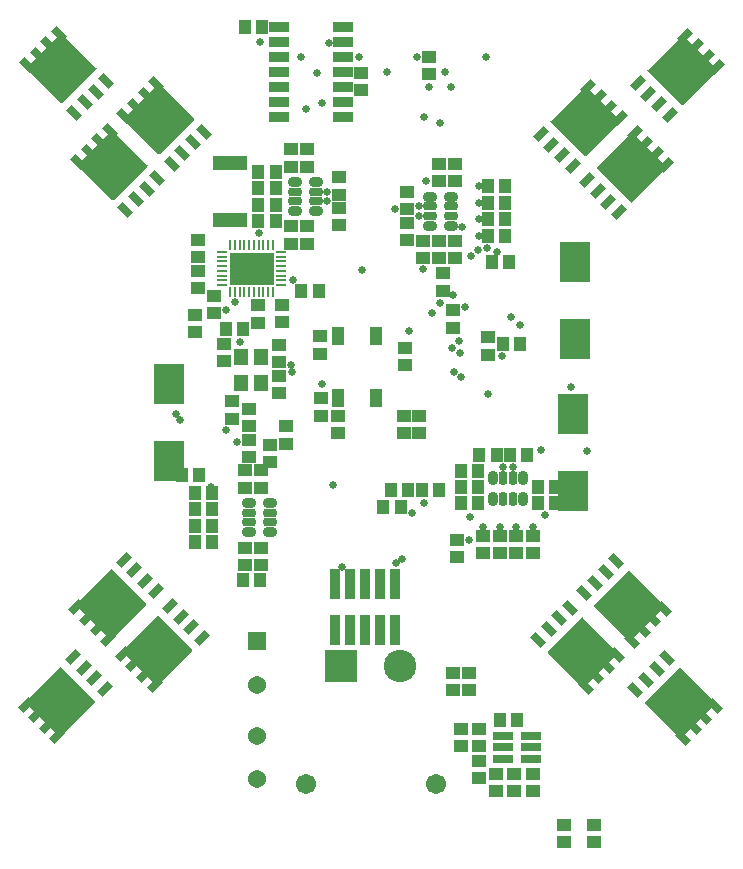
<source format=gbs>
G04*
G04 #@! TF.GenerationSoftware,Altium Limited,Altium Designer,25.8.1 (18)*
G04*
G04 Layer_Color=16711935*
%FSLAX44Y44*%
%MOMM*%
G71*
G04*
G04 #@! TF.SameCoordinates,A8D3B3E1-CBBC-48C7-8EAF-3341E4FBDCCF*
G04*
G04*
G04 #@! TF.FilePolarity,Negative*
G04*
G01*
G75*
%ADD22R,0.9061X0.1925*%
%ADD25R,0.1925X0.9061*%
%ADD31R,2.5000X3.5000*%
%ADD45R,1.2032X1.0032*%
%ADD46R,1.7032X0.8532*%
%ADD47R,1.0032X1.2032*%
%ADD48R,2.8732X1.2732*%
%ADD49R,3.8000X2.8000*%
%ADD52R,0.9632X2.6032*%
G04:AMPARAMS|DCode=53|XSize=1.1032mm|YSize=0.8132mm|CornerRadius=0.2541mm|HoleSize=0mm|Usage=FLASHONLY|Rotation=0.000|XOffset=0mm|YOffset=0mm|HoleType=Round|Shape=RoundedRectangle|*
%AMROUNDEDRECTD53*
21,1,1.1032,0.3050,0,0,0.0*
21,1,0.5950,0.8132,0,0,0.0*
1,1,0.5082,0.2975,-0.1525*
1,1,0.5082,-0.2975,-0.1525*
1,1,0.5082,-0.2975,0.1525*
1,1,0.5082,0.2975,0.1525*
%
%ADD53ROUNDEDRECTD53*%
G04:AMPARAMS|DCode=54|XSize=1.1032mm|YSize=0.7332mm|CornerRadius=0.2341mm|HoleSize=0mm|Usage=FLASHONLY|Rotation=0.000|XOffset=0mm|YOffset=0mm|HoleType=Round|Shape=RoundedRectangle|*
%AMROUNDEDRECTD54*
21,1,1.1032,0.2650,0,0,0.0*
21,1,0.6350,0.7332,0,0,0.0*
1,1,0.4682,0.3175,-0.1325*
1,1,0.4682,-0.3175,-0.1325*
1,1,0.4682,-0.3175,0.1325*
1,1,0.4682,0.3175,0.1325*
%
%ADD54ROUNDEDRECTD54*%
G04:AMPARAMS|DCode=56|XSize=1.2192mm|YSize=0.6604mm|CornerRadius=0mm|HoleSize=0mm|Usage=FLASHONLY|Rotation=225.000|XOffset=0mm|YOffset=0mm|HoleType=Round|Shape=Rectangle|*
%AMROTATEDRECTD56*
4,1,4,0.1976,0.6645,0.6645,0.1976,-0.1976,-0.6645,-0.6645,-0.1976,0.1976,0.6645,0.0*
%
%ADD56ROTATEDRECTD56*%

G04:AMPARAMS|DCode=58|XSize=1.2192mm|YSize=0.6604mm|CornerRadius=0mm|HoleSize=0mm|Usage=FLASHONLY|Rotation=135.000|XOffset=0mm|YOffset=0mm|HoleType=Round|Shape=Rectangle|*
%AMROTATEDRECTD58*
4,1,4,0.6645,-0.1976,0.1976,-0.6645,-0.6645,0.1976,-0.1976,0.6645,0.6645,-0.1976,0.0*
%
%ADD58ROTATEDRECTD58*%

G04:AMPARAMS|DCode=60|XSize=1.1032mm|YSize=0.8132mm|CornerRadius=0.2541mm|HoleSize=0mm|Usage=FLASHONLY|Rotation=90.000|XOffset=0mm|YOffset=0mm|HoleType=Round|Shape=RoundedRectangle|*
%AMROUNDEDRECTD60*
21,1,1.1032,0.3050,0,0,90.0*
21,1,0.5950,0.8132,0,0,90.0*
1,1,0.5082,0.1525,0.2975*
1,1,0.5082,0.1525,-0.2975*
1,1,0.5082,-0.1525,-0.2975*
1,1,0.5082,-0.1525,0.2975*
%
%ADD60ROUNDEDRECTD60*%
G04:AMPARAMS|DCode=61|XSize=1.1032mm|YSize=0.7332mm|CornerRadius=0.2341mm|HoleSize=0mm|Usage=FLASHONLY|Rotation=90.000|XOffset=0mm|YOffset=0mm|HoleType=Round|Shape=RoundedRectangle|*
%AMROUNDEDRECTD61*
21,1,1.1032,0.2650,0,0,90.0*
21,1,0.6350,0.7332,0,0,90.0*
1,1,0.4682,0.1325,0.3175*
1,1,0.4682,0.1325,-0.3175*
1,1,0.4682,-0.1325,-0.3175*
1,1,0.4682,-0.1325,0.3175*
%
%ADD61ROUNDEDRECTD61*%
%ADD63C,2.7532*%
%ADD64C,1.5402*%
%ADD65R,1.5402X1.5402*%
%ADD66R,2.7532X2.7532*%
%ADD67C,1.7112*%
%ADD68C,0.6532*%
%ADD79R,1.0000X1.5500*%
%ADD80R,1.2000X1.4000*%
%ADD81R,1.6764X0.6604*%
G36*
X-262009Y299037D02*
X-261878Y299011D01*
X-261752Y298968D01*
X-261633Y298909D01*
X-261522Y298835D01*
X-261422Y298747D01*
X-232505Y269831D01*
X-232418Y269730D01*
X-232344Y269620D01*
X-232285Y269500D01*
X-232242Y269374D01*
X-232216Y269244D01*
X-232207Y269111D01*
X-232216Y268978D01*
X-232242Y268847D01*
X-232285Y268721D01*
X-232344Y268601D01*
X-232418Y268491D01*
X-232505Y268391D01*
X-260883Y240013D01*
X-260983Y239925D01*
X-261094Y239851D01*
X-261174Y239812D01*
X-261213Y239792D01*
X-261339Y239750D01*
X-261470Y239724D01*
X-261603Y239715D01*
X-261736Y239724D01*
X-261866Y239750D01*
X-261993Y239792D01*
X-262112Y239851D01*
X-262223Y239925D01*
X-262323Y240013D01*
X-291239Y268930D01*
X-291327Y269030D01*
X-291401Y269140D01*
X-291460Y269260D01*
X-291503Y269386D01*
X-291529Y269517D01*
X-291538Y269650D01*
X-291529Y269782D01*
X-291503Y269913D01*
X-291460Y270039D01*
X-291401Y270159D01*
X-291327Y270269D01*
X-291239Y270369D01*
X-262862Y298747D01*
X-262762Y298835D01*
X-262651Y298909D01*
X-262532Y298968D01*
X-262405Y299011D01*
X-262275Y299037D01*
X-262142Y299045D01*
X-262009Y299037D01*
D02*
G37*
G36*
X264254Y297350D02*
X264385Y297324D01*
X264511Y297281D01*
X264631Y297223D01*
X264741Y297149D01*
X264841Y297061D01*
X293219Y268683D01*
X293307Y268583D01*
X293381Y268472D01*
X293440Y268353D01*
X293483Y268227D01*
X293509Y268096D01*
X293517Y267963D01*
X293509Y267830D01*
X293483Y267700D01*
X293440Y267574D01*
X293381Y267454D01*
X293307Y267343D01*
X293219Y267243D01*
X264303Y238327D01*
X264203Y238239D01*
X264092Y238165D01*
X263972Y238106D01*
X263846Y238063D01*
X263716Y238037D01*
X263583Y238029D01*
X263450Y238037D01*
X263319Y238063D01*
X263193Y238106D01*
X263074Y238165D01*
X262963Y238239D01*
X262863Y238327D01*
X234485Y266704D01*
X234397Y266805D01*
X234323Y266915D01*
X234265Y267035D01*
X234222Y267161D01*
X234196Y267292D01*
X234187Y267424D01*
X234196Y267557D01*
X234222Y267688D01*
X234265Y267814D01*
X234323Y267933D01*
X234397Y268044D01*
X234485Y268144D01*
X263402Y297061D01*
X263502Y297149D01*
X263612Y297223D01*
X263732Y297281D01*
X263858Y297324D01*
X263989Y297350D01*
X264121Y297359D01*
X264254Y297350D01*
D02*
G37*
G36*
X-179520Y256042D02*
X-179389Y256016D01*
X-179263Y255974D01*
X-179144Y255915D01*
X-179033Y255841D01*
X-178933Y255753D01*
X-150017Y226836D01*
X-149929Y226736D01*
X-149855Y226626D01*
X-149796Y226506D01*
X-149753Y226380D01*
X-149727Y226249D01*
X-149718Y226117D01*
X-149727Y225984D01*
X-149753Y225853D01*
X-149796Y225727D01*
X-149855Y225607D01*
X-149929Y225497D01*
X-150017Y225397D01*
X-178394Y197019D01*
X-178494Y196931D01*
X-178605Y196857D01*
X-178685Y196818D01*
X-178724Y196798D01*
X-178851Y196755D01*
X-178981Y196729D01*
X-179114Y196721D01*
X-179247Y196729D01*
X-179378Y196755D01*
X-179504Y196798D01*
X-179623Y196857D01*
X-179734Y196931D01*
X-179834Y197019D01*
X-208750Y225935D01*
X-208838Y226035D01*
X-208912Y226146D01*
X-208971Y226266D01*
X-209014Y226392D01*
X-209040Y226523D01*
X-209049Y226655D01*
X-209040Y226788D01*
X-209014Y226919D01*
X-208971Y227045D01*
X-208912Y227164D01*
X-208838Y227275D01*
X-208750Y227375D01*
X-180373Y255753D01*
X-180273Y255841D01*
X-180162Y255915D01*
X-180043Y255974D01*
X-179916Y256016D01*
X-179786Y256042D01*
X-179653Y256051D01*
X-179520Y256042D01*
D02*
G37*
G36*
X182006Y254116D02*
X182137Y254090D01*
X182263Y254047D01*
X182382Y253988D01*
X182493Y253914D01*
X182593Y253826D01*
X210971Y225448D01*
X211059Y225348D01*
X211133Y225238D01*
X211191Y225118D01*
X211234Y224992D01*
X211260Y224861D01*
X211269Y224729D01*
X211260Y224596D01*
X211234Y224465D01*
X211191Y224339D01*
X211133Y224219D01*
X211059Y224109D01*
X210971Y224009D01*
X182054Y195092D01*
X181954Y195004D01*
X181843Y194930D01*
X181724Y194871D01*
X181598Y194829D01*
X181467Y194803D01*
X181334Y194794D01*
X181201Y194803D01*
X181071Y194829D01*
X180945Y194871D01*
X180825Y194930D01*
X180714Y195004D01*
X180614Y195092D01*
X152237Y223470D01*
X152149Y223570D01*
X152075Y223681D01*
X152016Y223800D01*
X151973Y223926D01*
X151947Y224057D01*
X151938Y224190D01*
X151947Y224322D01*
X151973Y224453D01*
X152016Y224579D01*
X152075Y224699D01*
X152149Y224809D01*
X152237Y224910D01*
X181153Y253826D01*
X181253Y253914D01*
X181364Y253988D01*
X181483Y254047D01*
X181609Y254090D01*
X181740Y254116D01*
X181873Y254124D01*
X182006Y254116D01*
D02*
G37*
G36*
X-218774Y216788D02*
X-218644Y216762D01*
X-218517Y216720D01*
X-218398Y216661D01*
X-218287Y216587D01*
X-218187Y216499D01*
X-189271Y187582D01*
X-189183Y187482D01*
X-189109Y187372D01*
X-189050Y187252D01*
X-189007Y187126D01*
X-188981Y186995D01*
X-188972Y186863D01*
X-188981Y186730D01*
X-189007Y186599D01*
X-189050Y186473D01*
X-189109Y186353D01*
X-189183Y186243D01*
X-189271Y186143D01*
X-217648Y157765D01*
X-217749Y157677D01*
X-217859Y157603D01*
X-217939Y157564D01*
X-217979Y157544D01*
X-218105Y157501D01*
X-218235Y157475D01*
X-218368Y157467D01*
X-218501Y157475D01*
X-218632Y157501D01*
X-218758Y157544D01*
X-218877Y157603D01*
X-218988Y157677D01*
X-219088Y157765D01*
X-248005Y186681D01*
X-248092Y186781D01*
X-248167Y186892D01*
X-248206Y186972D01*
X-248225Y187012D01*
X-248268Y187138D01*
X-248294Y187268D01*
X-248303Y187401D01*
X-248294Y187534D01*
X-248268Y187665D01*
X-248225Y187791D01*
X-248167Y187910D01*
X-248092Y188021D01*
X-248005Y188121D01*
X-219627Y216499D01*
X-219527Y216587D01*
X-219416Y216661D01*
X-219297Y216720D01*
X-219171Y216762D01*
X-219040Y216788D01*
X-218907Y216797D01*
X-218774Y216788D01*
D02*
G37*
G36*
X221260Y214861D02*
X221391Y214835D01*
X221517Y214793D01*
X221636Y214734D01*
X221747Y214660D01*
X221847Y214572D01*
X250225Y186194D01*
X250313Y186094D01*
X250387Y185983D01*
X250445Y185864D01*
X250488Y185738D01*
X250514Y185607D01*
X250523Y185474D01*
X250514Y185341D01*
X250488Y185211D01*
X250445Y185085D01*
X250387Y184965D01*
X250313Y184855D01*
X250225Y184754D01*
X221308Y155838D01*
X221208Y155750D01*
X221098Y155676D01*
X220978Y155617D01*
X220852Y155575D01*
X220721Y155548D01*
X220588Y155540D01*
X220455Y155548D01*
X220325Y155575D01*
X220199Y155617D01*
X220079Y155676D01*
X219969Y155750D01*
X219868Y155838D01*
X191491Y184216D01*
X191403Y184316D01*
X191329Y184426D01*
X191270Y184546D01*
X191227Y184672D01*
X191201Y184803D01*
X191193Y184935D01*
X191201Y185068D01*
X191227Y185199D01*
X191270Y185325D01*
X191329Y185445D01*
X191403Y185555D01*
X191491Y185655D01*
X220407Y214572D01*
X220507Y214660D01*
X220618Y214734D01*
X220738Y214793D01*
X220864Y214835D01*
X220994Y214861D01*
X221127Y214870D01*
X221260Y214861D01*
D02*
G37*
G36*
X-219625Y-154829D02*
X-219494Y-154854D01*
X-219368Y-154897D01*
X-219249Y-154956D01*
X-219138Y-155030D01*
X-219038Y-155118D01*
X-190660Y-183496D01*
X-190572Y-183596D01*
X-190499Y-183706D01*
X-190459Y-183786D01*
X-190440Y-183826D01*
X-190397Y-183952D01*
X-190371Y-184083D01*
X-190362Y-184216D01*
X-190371Y-184348D01*
X-190397Y-184479D01*
X-190440Y-184605D01*
X-190499Y-184725D01*
X-190572Y-184835D01*
X-190660Y-184935D01*
X-219577Y-213852D01*
X-219677Y-213940D01*
X-219788Y-214014D01*
X-219907Y-214073D01*
X-220033Y-214115D01*
X-220164Y-214141D01*
X-220297Y-214150D01*
X-220430Y-214141D01*
X-220560Y-214115D01*
X-220686Y-214073D01*
X-220806Y-214014D01*
X-220917Y-213940D01*
X-221017Y-213852D01*
X-249394Y-185474D01*
X-249482Y-185374D01*
X-249556Y-185264D01*
X-249615Y-185144D01*
X-249658Y-185018D01*
X-249684Y-184887D01*
X-249692Y-184754D01*
X-249684Y-184622D01*
X-249658Y-184491D01*
X-249615Y-184365D01*
X-249556Y-184245D01*
X-249482Y-184135D01*
X-249394Y-184034D01*
X-220478Y-155118D01*
X-220378Y-155030D01*
X-220267Y-154956D01*
X-220147Y-154897D01*
X-220021Y-154854D01*
X-219891Y-154829D01*
X-219758Y-154820D01*
X-219625Y-154829D01*
D02*
G37*
G36*
X218481Y-156265D02*
X218611Y-156291D01*
X218737Y-156334D01*
X218857Y-156393D01*
X218967Y-156467D01*
X219068Y-156555D01*
X247984Y-185471D01*
X248072Y-185571D01*
X248146Y-185682D01*
X248205Y-185801D01*
X248248Y-185928D01*
X248274Y-186058D01*
X248282Y-186191D01*
X248274Y-186324D01*
X248248Y-186455D01*
X248205Y-186581D01*
X248146Y-186700D01*
X248072Y-186811D01*
X247984Y-186911D01*
X219606Y-215289D01*
X219506Y-215376D01*
X219396Y-215450D01*
X219276Y-215509D01*
X219150Y-215552D01*
X219019Y-215578D01*
X218887Y-215587D01*
X218754Y-215578D01*
X218623Y-215552D01*
X218497Y-215509D01*
X218377Y-215450D01*
X218267Y-215376D01*
X218167Y-215289D01*
X189250Y-186372D01*
X189162Y-186272D01*
X189088Y-186161D01*
X189029Y-186042D01*
X188987Y-185916D01*
X188961Y-185785D01*
X188952Y-185652D01*
X188961Y-185519D01*
X188987Y-185389D01*
X189029Y-185263D01*
X189088Y-185143D01*
X189162Y-185032D01*
X189250Y-184932D01*
X217628Y-156555D01*
X217728Y-156467D01*
X217839Y-156393D01*
X217958Y-156334D01*
X218084Y-156291D01*
X218215Y-156265D01*
X218348Y-156257D01*
X218481Y-156265D01*
D02*
G37*
G36*
X-180371Y-194083D02*
X-180240Y-194109D01*
X-180114Y-194151D01*
X-179995Y-194210D01*
X-179884Y-194284D01*
X-179784Y-194372D01*
X-151406Y-222750D01*
X-151318Y-222850D01*
X-151244Y-222961D01*
X-151185Y-223080D01*
X-151143Y-223206D01*
X-151117Y-223337D01*
X-151108Y-223470D01*
X-151117Y-223603D01*
X-151143Y-223733D01*
X-151185Y-223859D01*
X-151244Y-223979D01*
X-151318Y-224090D01*
X-151406Y-224190D01*
X-180323Y-253106D01*
X-180423Y-253194D01*
X-180533Y-253268D01*
X-180653Y-253327D01*
X-180779Y-253370D01*
X-180910Y-253396D01*
X-181042Y-253404D01*
X-181175Y-253396D01*
X-181306Y-253370D01*
X-181432Y-253327D01*
X-181552Y-253268D01*
X-181662Y-253194D01*
X-181763Y-253106D01*
X-210140Y-224729D01*
X-210228Y-224628D01*
X-210302Y-224518D01*
X-210361Y-224398D01*
X-210404Y-224272D01*
X-210430Y-224141D01*
X-210438Y-224009D01*
X-210430Y-223876D01*
X-210404Y-223745D01*
X-210361Y-223619D01*
X-210302Y-223500D01*
X-210228Y-223389D01*
X-210140Y-223289D01*
X-181224Y-194372D01*
X-181124Y-194284D01*
X-181013Y-194210D01*
X-180893Y-194151D01*
X-180767Y-194109D01*
X-180637Y-194083D01*
X-180504Y-194074D01*
X-180371Y-194083D01*
D02*
G37*
G36*
X179226Y-195519D02*
X179357Y-195545D01*
X179483Y-195588D01*
X179603Y-195647D01*
X179713Y-195721D01*
X179813Y-195809D01*
X208730Y-224725D01*
X208818Y-224825D01*
X208892Y-224936D01*
X208951Y-225056D01*
X208993Y-225182D01*
X209019Y-225312D01*
X209028Y-225445D01*
X209019Y-225578D01*
X208993Y-225709D01*
X208951Y-225835D01*
X208892Y-225954D01*
X208818Y-226065D01*
X208730Y-226165D01*
X180352Y-254543D01*
X180252Y-254631D01*
X180141Y-254705D01*
X180022Y-254764D01*
X179896Y-254806D01*
X179765Y-254832D01*
X179632Y-254841D01*
X179499Y-254832D01*
X179369Y-254806D01*
X179243Y-254764D01*
X179123Y-254705D01*
X179013Y-254631D01*
X178912Y-254543D01*
X149996Y-225626D01*
X149908Y-225526D01*
X149834Y-225415D01*
X149775Y-225296D01*
X149732Y-225170D01*
X149706Y-225039D01*
X149698Y-224906D01*
X149706Y-224774D01*
X149732Y-224643D01*
X149775Y-224517D01*
X149834Y-224397D01*
X149908Y-224287D01*
X149996Y-224186D01*
X178374Y-195809D01*
X178474Y-195721D01*
X178584Y-195647D01*
X178704Y-195588D01*
X178830Y-195545D01*
X178961Y-195519D01*
X179093Y-195511D01*
X179226Y-195519D01*
D02*
G37*
G36*
X-262619Y-237317D02*
X-262489Y-237343D01*
X-262362Y-237386D01*
X-262243Y-237445D01*
X-262132Y-237519D01*
X-262032Y-237607D01*
X-233655Y-265984D01*
X-233567Y-266085D01*
X-233493Y-266195D01*
X-233434Y-266315D01*
X-233391Y-266441D01*
X-233365Y-266572D01*
X-233356Y-266704D01*
X-233365Y-266837D01*
X-233391Y-266968D01*
X-233434Y-267094D01*
X-233493Y-267213D01*
X-233567Y-267324D01*
X-233655Y-267424D01*
X-262571Y-296341D01*
X-262671Y-296429D01*
X-262782Y-296503D01*
X-262901Y-296562D01*
X-263027Y-296604D01*
X-263158Y-296630D01*
X-263291Y-296639D01*
X-263424Y-296630D01*
X-263554Y-296604D01*
X-263681Y-296562D01*
X-263800Y-296503D01*
X-263911Y-296429D01*
X-264011Y-296341D01*
X-292388Y-267963D01*
X-292476Y-267863D01*
X-292550Y-267752D01*
X-292609Y-267633D01*
X-292652Y-267507D01*
X-292678Y-267376D01*
X-292687Y-267243D01*
X-292678Y-267110D01*
X-292652Y-266980D01*
X-292609Y-266854D01*
X-292550Y-266734D01*
X-292476Y-266623D01*
X-292388Y-266523D01*
X-263472Y-237607D01*
X-263372Y-237519D01*
X-263261Y-237445D01*
X-263142Y-237386D01*
X-263016Y-237343D01*
X-262885Y-237317D01*
X-262752Y-237309D01*
X-262619Y-237317D01*
D02*
G37*
G36*
X261715Y-238514D02*
X261846Y-238540D01*
X261972Y-238582D01*
X262092Y-238641D01*
X262202Y-238715D01*
X262302Y-238803D01*
X291219Y-267720D01*
X291307Y-267820D01*
X291381Y-267930D01*
X291439Y-268050D01*
X291482Y-268176D01*
X291508Y-268307D01*
X291517Y-268440D01*
X291508Y-268572D01*
X291482Y-268703D01*
X291439Y-268829D01*
X291381Y-268949D01*
X291307Y-269059D01*
X291219Y-269160D01*
X262841Y-297537D01*
X262741Y-297625D01*
X262630Y-297699D01*
X262511Y-297758D01*
X262385Y-297801D01*
X262254Y-297827D01*
X262121Y-297835D01*
X261988Y-297827D01*
X261858Y-297801D01*
X261732Y-297758D01*
X261612Y-297699D01*
X261501Y-297625D01*
X261401Y-297537D01*
X232485Y-268621D01*
X232397Y-268521D01*
X232323Y-268410D01*
X232264Y-268290D01*
X232221Y-268164D01*
X232195Y-268034D01*
X232187Y-267901D01*
X232195Y-267768D01*
X232221Y-267637D01*
X232264Y-267511D01*
X232323Y-267392D01*
X232397Y-267281D01*
X232485Y-267181D01*
X260862Y-238803D01*
X260963Y-238715D01*
X261073Y-238641D01*
X261193Y-238582D01*
X261319Y-238540D01*
X261450Y-238514D01*
X261582Y-238505D01*
X261715Y-238514D01*
D02*
G37*
D22*
X-126058Y89774D02*
D03*
Y101774D02*
D03*
Y85774D02*
D03*
Y105774D02*
D03*
Y113774D02*
D03*
Y97774D02*
D03*
X-75998Y85774D02*
D03*
Y89774D02*
D03*
Y93774D02*
D03*
Y97774D02*
D03*
Y101774D02*
D03*
Y105774D02*
D03*
Y109774D02*
D03*
Y113774D02*
D03*
X-126058Y109774D02*
D03*
Y93774D02*
D03*
D25*
X-95028Y119804D02*
D03*
Y79744D02*
D03*
X-103028Y119804D02*
D03*
X-119028D02*
D03*
X-115028D02*
D03*
X-99028Y79744D02*
D03*
X-119028D02*
D03*
X-107028Y119804D02*
D03*
X-111028D02*
D03*
X-83028D02*
D03*
X-87028D02*
D03*
X-91028D02*
D03*
X-99028D02*
D03*
X-115028Y79744D02*
D03*
X-111028D02*
D03*
X-107028D02*
D03*
X-103028D02*
D03*
X-91028D02*
D03*
X-87028D02*
D03*
X-83028D02*
D03*
D31*
X-170688Y-62980D02*
D03*
Y2020D02*
D03*
X172466Y39890D02*
D03*
X171450Y-23646D02*
D03*
X172466Y104890D02*
D03*
X171450Y-88646D02*
D03*
D45*
X-72136Y-48514D02*
D03*
Y-33814D02*
D03*
X-92952Y-136478D02*
D03*
X-85344Y-49292D02*
D03*
X-92952Y-85900D02*
D03*
X-103326Y-19174D02*
D03*
X-106668Y-136478D02*
D03*
Y-85900D02*
D03*
X188976Y-386064D02*
D03*
X163576Y-386064D02*
D03*
X121570Y-342630D02*
D03*
X137160D02*
D03*
X105918Y-342630D02*
D03*
X91186Y-331540D02*
D03*
X83312Y-257286D02*
D03*
X57912Y173736D02*
D03*
X71628D02*
D03*
X30480Y149860D02*
D03*
X-8048Y250800D02*
D03*
X57912Y123158D02*
D03*
X71628D02*
D03*
X44196Y108458D02*
D03*
X30480Y138652D02*
D03*
X-132524Y76644D02*
D03*
X-148526Y60642D02*
D03*
X69850Y49800D02*
D03*
X41132Y-25162D02*
D03*
X28956Y18050D02*
D03*
X28178Y-25162D02*
D03*
X73166Y-144549D02*
D03*
X76454Y-304598D02*
D03*
X69342Y-257286D02*
D03*
X-74930Y54626D02*
D03*
X-78000Y35274D02*
D03*
X-42926Y27702D02*
D03*
X-124206Y21098D02*
D03*
X-27500Y-25162D02*
D03*
X-78000Y-5556D02*
D03*
X-103326Y-59766D02*
D03*
Y-45066D02*
D03*
X-106668Y-71200D02*
D03*
X-85344Y-63992D02*
D03*
X-117765Y-12556D02*
D03*
Y-27256D02*
D03*
X-103326Y-33874D02*
D03*
X-106668Y-151178D02*
D03*
X-92952D02*
D03*
Y-71200D02*
D03*
X-146240Y123872D02*
D03*
X137160Y-327930D02*
D03*
X121570Y-327930D02*
D03*
X105918Y-327930D02*
D03*
X-146240Y97980D02*
D03*
Y109172D02*
D03*
Y83280D02*
D03*
X-8048Y265500D02*
D03*
X-68008Y186134D02*
D03*
Y200834D02*
D03*
X-54292Y135572D02*
D03*
Y120872D02*
D03*
Y186150D02*
D03*
Y200850D02*
D03*
X-68008Y135556D02*
D03*
Y120856D02*
D03*
X-26844Y162170D02*
D03*
Y176870D02*
D03*
Y150946D02*
D03*
Y136246D02*
D03*
X-124206Y35798D02*
D03*
X-95440Y54086D02*
D03*
Y68786D02*
D03*
X-132524Y61944D02*
D03*
X-74930Y69326D02*
D03*
X-148526Y45942D02*
D03*
X61214Y95742D02*
D03*
X137158Y-140993D02*
D03*
X83312Y-242586D02*
D03*
X91186Y-289932D02*
D03*
X69342Y-242586D02*
D03*
X76454Y-289898D02*
D03*
X41132Y-39862D02*
D03*
X-27500Y-39862D02*
D03*
X-41910Y-24876D02*
D03*
X137158Y-126293D02*
D03*
X123188Y-140993D02*
D03*
Y-126293D02*
D03*
X95248Y-140993D02*
D03*
Y-126293D02*
D03*
X109218Y-140993D02*
D03*
Y-126293D02*
D03*
X73166Y-129849D02*
D03*
X28178Y-39862D02*
D03*
X188976Y-371364D02*
D03*
X163576D02*
D03*
X30480Y123952D02*
D03*
X61214Y81042D02*
D03*
X69850Y64500D02*
D03*
X99060Y41640D02*
D03*
Y26940D02*
D03*
X28956Y32750D02*
D03*
X-78000Y20574D02*
D03*
X-42926Y42402D02*
D03*
X-78000Y9144D02*
D03*
X91186Y-304632D02*
D03*
Y-316840D02*
D03*
X-41910Y-10176D02*
D03*
X49618Y278960D02*
D03*
X49618Y264260D02*
D03*
X30480Y164560D02*
D03*
X44196Y123158D02*
D03*
X71628Y188436D02*
D03*
X57912D02*
D03*
Y108458D02*
D03*
X71628Y108458D02*
D03*
D46*
X-77402Y265974D02*
D03*
Y304074D02*
D03*
Y291374D02*
D03*
Y253274D02*
D03*
Y240574D02*
D03*
Y227874D02*
D03*
X-23402D02*
D03*
Y240574D02*
D03*
Y253274D02*
D03*
Y278674D02*
D03*
Y291374D02*
D03*
Y304074D02*
D03*
Y265974D02*
D03*
X-77402Y278674D02*
D03*
D47*
X-108188Y-163830D02*
D03*
X117332Y105410D02*
D03*
X-159952Y-75292D02*
D03*
X141492Y-85129D02*
D03*
X117616Y-57697D02*
D03*
X106408D02*
D03*
X141492Y-98845D02*
D03*
X90914Y-85129D02*
D03*
X76214Y-71413D02*
D03*
X90914Y-98845D02*
D03*
X-44212Y80772D02*
D03*
X17048Y-87923D02*
D03*
X-148816Y-118174D02*
D03*
X-134116D02*
D03*
X-148816Y-90234D02*
D03*
X-134116D02*
D03*
X-148816Y-104204D02*
D03*
X-134116D02*
D03*
X-145252Y-75292D02*
D03*
X-134116Y-132144D02*
D03*
X-148816D02*
D03*
X-93488Y-163830D02*
D03*
X-58912Y80772D02*
D03*
X-95424Y153860D02*
D03*
X-80724D02*
D03*
X-95408Y167830D02*
D03*
X-80708D02*
D03*
X-95424Y181800D02*
D03*
X-80724D02*
D03*
X-95424Y139890D02*
D03*
X-80724D02*
D03*
X-92154Y304074D02*
D03*
X-106854D02*
D03*
X-122602Y48466D02*
D03*
X-107902D02*
D03*
X113776Y169402D02*
D03*
X57640Y-87923D02*
D03*
X10430Y-102362D02*
D03*
X25130D02*
D03*
X156192Y-85129D02*
D03*
X90914Y-71413D02*
D03*
X76214Y-85129D02*
D03*
X132316Y-57697D02*
D03*
X91708D02*
D03*
X76214Y-98845D02*
D03*
X156192D02*
D03*
X42940Y-87923D02*
D03*
X31748D02*
D03*
X113776Y141462D02*
D03*
X113776Y155432D02*
D03*
X113776Y127492D02*
D03*
X126222Y36068D02*
D03*
X111522D02*
D03*
X102632Y105410D02*
D03*
X99076Y155432D02*
D03*
Y127492D02*
D03*
X99076Y141462D02*
D03*
X123936Y-282194D02*
D03*
X109236D02*
D03*
X99076Y169402D02*
D03*
D48*
X-119316Y188776D02*
D03*
Y141176D02*
D03*
D49*
X-101028Y99774D02*
D03*
D52*
X7657Y-206488D02*
D03*
X-5043Y-206488D02*
D03*
X-30443Y-206488D02*
D03*
X20357Y-206488D02*
D03*
Y-167488D02*
D03*
X7657Y-167488D02*
D03*
X-5043D02*
D03*
X-17743Y-206488D02*
D03*
Y-167488D02*
D03*
X-30443D02*
D03*
D53*
X-85372Y-98662D02*
D03*
Y-123462D02*
D03*
X-103072D02*
D03*
Y-98662D02*
D03*
X-64412Y148316D02*
D03*
Y173116D02*
D03*
X-46712D02*
D03*
Y148316D02*
D03*
X68032Y135920D02*
D03*
Y160720D02*
D03*
X50332D02*
D03*
Y135920D02*
D03*
D54*
X-85372Y-107062D02*
D03*
Y-115062D02*
D03*
X-103072D02*
D03*
Y-107062D02*
D03*
X-64412Y156716D02*
D03*
Y164716D02*
D03*
X-46712D02*
D03*
Y156716D02*
D03*
X68032Y144320D02*
D03*
X68032Y152320D02*
D03*
X50332D02*
D03*
Y144320D02*
D03*
D56*
X-210138Y-226164D02*
D03*
X-201158Y-235144D02*
D03*
X-192178Y-244124D02*
D03*
X-183198Y-253105D02*
D03*
X-292387Y-269398D02*
D03*
X-283407Y-278379D02*
D03*
X-274426Y-287359D02*
D03*
X-265446Y-296339D02*
D03*
X-249393Y-186910D02*
D03*
X-240412Y-195890D02*
D03*
X-231432Y-204870D02*
D03*
X-222452Y-213850D02*
D03*
X-191201Y-164639D02*
D03*
X-200181Y-155658D02*
D03*
X-209161Y-146678D02*
D03*
X226045Y256828D02*
D03*
X183051Y174339D02*
D03*
X223283Y214570D02*
D03*
X232263Y205590D02*
D03*
X241243Y196610D02*
D03*
X250223Y187630D02*
D03*
X184028Y253825D02*
D03*
X193009Y244844D02*
D03*
X201989Y235864D02*
D03*
X210969Y226884D02*
D03*
X266277Y297059D02*
D03*
X275257Y288079D02*
D03*
X284237Y279099D02*
D03*
X293218Y270118D02*
D03*
X143797Y213593D02*
D03*
X-182220Y-173619D02*
D03*
X-225215Y-256108D02*
D03*
X-234195Y-247127D02*
D03*
X-243175Y-238147D02*
D03*
X-252155Y-229167D02*
D03*
X-142966Y-212873D02*
D03*
X-151946Y-203893D02*
D03*
X-160927Y-194912D02*
D03*
X-169907Y-185932D02*
D03*
X235026Y247847D02*
D03*
X244006Y238867D02*
D03*
X252986Y229887D02*
D03*
X152777Y204613D02*
D03*
X161757Y195632D02*
D03*
X170737Y186652D02*
D03*
X192031Y165359D02*
D03*
X201011Y156378D02*
D03*
X209992Y147398D02*
D03*
D58*
X-221062Y216497D02*
D03*
X-230043Y207517D02*
D03*
X-239023Y198537D02*
D03*
X-248003Y189556D02*
D03*
X-207772Y149325D02*
D03*
X-198791Y158305D02*
D03*
X-189811Y167285D02*
D03*
X-180831Y176266D02*
D03*
X-264297Y298746D02*
D03*
X-273277Y289765D02*
D03*
X-282258Y280785D02*
D03*
X-291238Y271805D02*
D03*
X-251006Y231573D02*
D03*
X-242026Y240553D02*
D03*
X-233046Y249534D02*
D03*
X-224065Y258514D02*
D03*
X-181808Y255751D02*
D03*
X-190788Y246771D02*
D03*
X-199769Y237791D02*
D03*
X-208749Y228811D02*
D03*
X-168517Y188579D02*
D03*
X-159537Y197559D02*
D03*
X-150557Y206539D02*
D03*
X-141577Y215520D02*
D03*
X159516Y-196349D02*
D03*
X150536Y-205329D02*
D03*
X141556Y-214310D02*
D03*
X198771Y-157095D02*
D03*
X189790Y-166075D02*
D03*
X180810Y-175056D02*
D03*
X242005Y-239343D02*
D03*
X233025Y-248324D02*
D03*
X224045Y-257304D02*
D03*
X181788Y-254541D02*
D03*
X190768Y-245561D02*
D03*
X199748Y-236581D02*
D03*
X208728Y-227600D02*
D03*
X168497Y-187369D02*
D03*
X264277Y-297535D02*
D03*
X273257Y-288555D02*
D03*
X282237Y-279575D02*
D03*
X291217Y-270595D02*
D03*
X250986Y-230363D02*
D03*
X221042Y-215287D02*
D03*
X230022Y-206307D02*
D03*
X239002Y-197327D02*
D03*
X247983Y-188346D02*
D03*
X207751Y-148115D02*
D03*
D60*
X103676Y-77549D02*
D03*
X128476D02*
D03*
Y-95249D02*
D03*
X103676D02*
D03*
D61*
X112076Y-77549D02*
D03*
X120076D02*
D03*
Y-95249D02*
D03*
X112076D02*
D03*
D63*
X25000Y-236550D02*
D03*
D64*
X-96012Y-295730D02*
D03*
Y-332730D02*
D03*
Y-252730D02*
D03*
D65*
Y-215730D02*
D03*
D66*
X-25000Y-236550D02*
D03*
D67*
X55000Y-336550D02*
D03*
X-55000D02*
D03*
D68*
X110744Y25654D02*
D03*
X-24384Y-152908D02*
D03*
X-135280Y-85438D02*
D03*
X-31913Y-83914D02*
D03*
X106680Y113792D02*
D03*
X77216Y134874D02*
D03*
X75692Y27940D02*
D03*
X74660Y38100D02*
D03*
X147066Y-108966D02*
D03*
X84328Y-110998D02*
D03*
X67564Y253492D02*
D03*
X46990Y173736D02*
D03*
X44196Y99060D02*
D03*
X20320Y150114D02*
D03*
X-113740Y-47098D02*
D03*
X-122376Y-36684D02*
D03*
X-165263Y-23462D02*
D03*
X-161238Y-28556D02*
D03*
X26430Y-145835D02*
D03*
X112076Y-67921D02*
D03*
X44972Y-98337D02*
D03*
X21336Y-149860D02*
D03*
X-122872Y64468D02*
D03*
X-7366Y98552D02*
D03*
X-110490Y37846D02*
D03*
X-114998Y71072D02*
D03*
X-66230Y89868D02*
D03*
X-59118Y278590D02*
D03*
X-94678Y129492D02*
D03*
X-54800Y235156D02*
D03*
X-37084Y156718D02*
D03*
Y164846D02*
D03*
X-45998Y265466D02*
D03*
X-10350Y278844D02*
D03*
X-35584Y291120D02*
D03*
X-93496Y291374D02*
D03*
X-41172Y240320D02*
D03*
X13970Y266446D02*
D03*
X-41656Y1778D02*
D03*
X99314Y-6858D02*
D03*
X169672Y-762D02*
D03*
X182626Y-54610D02*
D03*
X144272Y-54102D02*
D03*
X39204Y278722D02*
D03*
X62738Y266192D02*
D03*
X58166Y70866D02*
D03*
X69850Y77470D02*
D03*
X84896Y110565D02*
D03*
X83312Y-129794D02*
D03*
X137160Y-118811D02*
D03*
X123190D02*
D03*
X109220D02*
D03*
X95250Y-118811D02*
D03*
X70612Y12446D02*
D03*
X120204Y-67921D02*
D03*
X34558Y-106973D02*
D03*
X75946Y7620D02*
D03*
X118618Y58674D02*
D03*
X126492Y52070D02*
D03*
X90678Y115316D02*
D03*
X98298Y117094D02*
D03*
X79756Y66802D02*
D03*
X68834Y32512D02*
D03*
X51816Y62230D02*
D03*
X58420Y222758D02*
D03*
X91610Y127492D02*
D03*
X91610Y169402D02*
D03*
X91610Y155432D02*
D03*
X91594Y141478D02*
D03*
X32512Y47244D02*
D03*
X49618Y253068D02*
D03*
X40704Y144320D02*
D03*
Y152448D02*
D03*
X44792Y227922D02*
D03*
X97116Y278976D02*
D03*
X-67310Y18034D02*
D03*
X-67052Y11839D02*
D03*
D79*
X4062Y42506D02*
D03*
Y-9994D02*
D03*
X-27938D02*
D03*
Y42506D02*
D03*
D80*
X-109964Y24794D02*
D03*
X-92964Y2794D02*
D03*
Y24794D02*
D03*
X-109964Y2794D02*
D03*
D81*
X135382Y-296164D02*
D03*
Y-315164D02*
D03*
X112014Y-305664D02*
D03*
X112014Y-296164D02*
D03*
X135382Y-305664D02*
D03*
X112014Y-315164D02*
D03*
M02*

</source>
